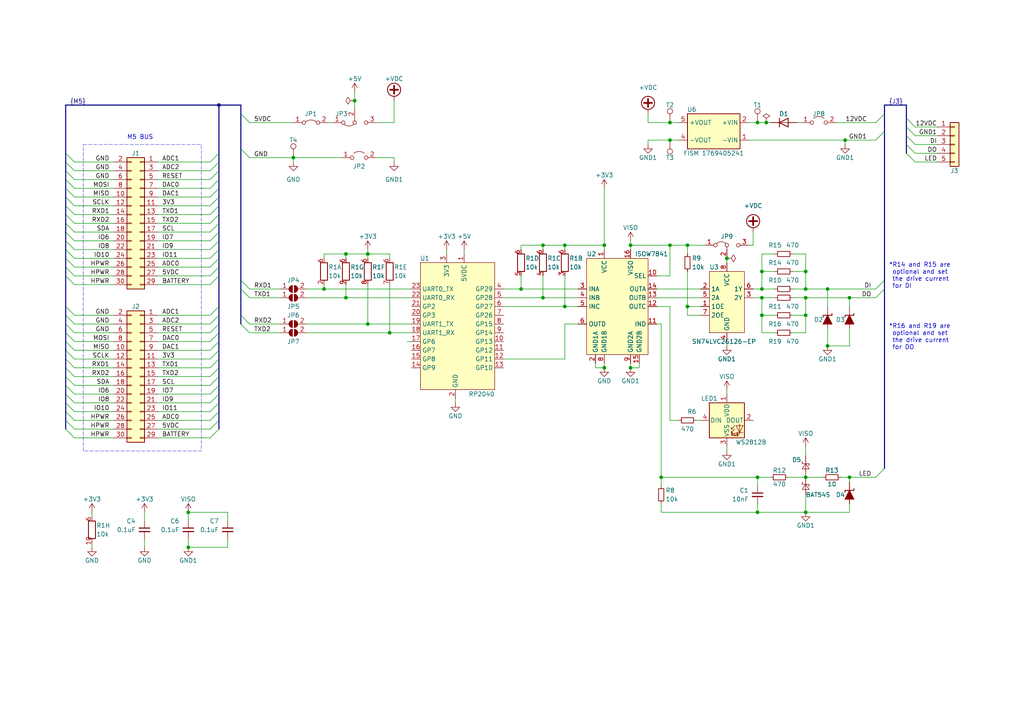
<source format=kicad_sch>
(kicad_sch (version 20230121) (generator eeschema)
  (paper "A4")
  (title_block (title "M5 Stack Wiegand Emulator") (rev "0"))
  (bus_alias "J3" (members "12VDC" "GND1" "DI" "DO" "LED"))
  (bus_alias "M5" (members "GND" "5VDC" "3V3" "BATTERY" "RESET" "RXD1" "TXD1" "RXD2" "TXD2" "ADC0" "ADC1" "ADC2" "DAC0" "DAC1" "MOSI" "MISO" "IO6" "IO8" "IO10" "IO7" "IO9" "IO11" "SCLK" "SDA" "HPWR" "SCL"))
  (junction (at 175.26 106.68))
  (junction (at 113.03 96.52))
  (junction (at 222.25 35.56))
  (junction (at 93.98 83.82))
  (junction (at 182.88 71.12))
  (junction (at 163.83 71.12))
  (junction (at 182.88 106.68))
  (junction (at 63.5 30.48))
  (junction (at 194.31 40.64))
  (junction (at 233.68 138.43))
  (junction (at 102.87 29.21))
  (junction (at 54.61 148.59))
  (junction (at 233.68 148.59))
  (junction (at 157.48 86.36))
  (junction (at 233.68 91.44))
  (junction (at 233.68 86.36))
  (junction (at 199.39 71.12))
  (junction (at 191.77 138.43))
  (junction (at 85.09 45.72))
  (junction (at 219.71 138.43))
  (junction (at 194.31 71.12))
  (junction (at 220.98 83.82))
  (junction (at 233.68 83.82))
  (junction (at 100.33 73.66))
  (junction (at 194.31 35.56))
  (junction (at 219.71 35.56))
  (junction (at 220.98 91.44))
  (junction (at 210.82 74.93))
  (junction (at 245.11 40.64))
  (junction (at 106.68 93.98))
  (junction (at 220.98 86.36))
  (junction (at 240.03 100.33))
  (junction (at 233.68 78.74))
  (junction (at 157.48 71.12))
  (junction (at 175.26 71.12))
  (junction (at 240.03 83.82))
  (junction (at 246.38 86.36))
  (junction (at 220.98 78.74))
  (junction (at 219.71 148.59))
  (junction (at 100.33 86.36))
  (junction (at 199.39 88.9))
  (junction (at 246.38 138.43))
  (junction (at 151.13 83.82))
  (junction (at 106.68 73.66))
  (junction (at 54.61 158.75))
  (junction (at 163.83 88.9))
  (bus_entry (at 19.05 93.98) (size 2.54 2.54))
  (bus_entry (at 19.05 106.68) (size 2.54 2.54))
  (bus_entry (at 63.5 93.98) (size -2.54 2.54))
  (bus_entry (at 19.05 96.52) (size 2.54 2.54))
  (bus_entry (at 19.05 121.92) (size 2.54 2.54))
  (bus_entry (at 19.05 52.07) (size 2.54 2.54))
  (bus_entry (at 63.5 111.76) (size -2.54 2.54))
  (bus_entry (at 63.5 119.38) (size -2.54 2.54))
  (bus_entry (at 19.05 57.15) (size 2.54 2.54))
  (bus_entry (at 19.05 80.01) (size 2.54 2.54))
  (bus_entry (at 262.89 34.29) (size 2.54 2.54))
  (bus_entry (at 262.89 36.83) (size 2.54 2.54))
  (bus_entry (at 63.5 59.69) (size -2.54 2.54))
  (bus_entry (at 19.05 64.77) (size 2.54 2.54))
  (bus_entry (at 256.54 38.1) (size -2.54 2.54))
  (bus_entry (at 19.05 109.22) (size 2.54 2.54))
  (bus_entry (at 63.5 62.23) (size -2.54 2.54))
  (bus_entry (at 19.05 59.69) (size 2.54 2.54))
  (bus_entry (at 63.5 74.93) (size -2.54 2.54))
  (bus_entry (at 63.5 57.15) (size -2.54 2.54))
  (bus_entry (at 19.05 116.84) (size 2.54 2.54))
  (bus_entry (at 63.5 104.14) (size -2.54 2.54))
  (bus_entry (at 256.54 33.02) (size -2.54 2.54))
  (bus_entry (at 63.5 114.3) (size -2.54 2.54))
  (bus_entry (at 63.5 80.01) (size -2.54 2.54))
  (bus_entry (at 63.5 88.9) (size -2.54 2.54))
  (bus_entry (at 19.05 124.46) (size 2.54 2.54))
  (bus_entry (at 19.05 114.3) (size 2.54 2.54))
  (bus_entry (at 19.05 69.85) (size 2.54 2.54))
  (bus_entry (at 19.05 49.53) (size 2.54 2.54))
  (bus_entry (at 19.05 44.45) (size 2.54 2.54))
  (bus_entry (at 19.05 67.31) (size 2.54 2.54))
  (bus_entry (at 63.5 109.22) (size -2.54 2.54))
  (bus_entry (at 63.5 52.07) (size -2.54 2.54))
  (bus_entry (at 256.54 83.82) (size -2.54 2.54))
  (bus_entry (at 262.89 41.91) (size 2.54 2.54))
  (bus_entry (at 69.85 91.44) (size 2.54 2.54))
  (bus_entry (at 63.5 67.31) (size -2.54 2.54))
  (bus_entry (at 19.05 72.39) (size 2.54 2.54))
  (bus_entry (at 19.05 111.76) (size 2.54 2.54))
  (bus_entry (at 63.5 72.39) (size -2.54 2.54))
  (bus_entry (at 63.5 77.47) (size -2.54 2.54))
  (bus_entry (at 19.05 104.14) (size 2.54 2.54))
  (bus_entry (at 19.05 74.93) (size 2.54 2.54))
  (bus_entry (at 256.54 81.28) (size -2.54 2.54))
  (bus_entry (at 19.05 119.38) (size 2.54 2.54))
  (bus_entry (at 63.5 116.84) (size -2.54 2.54))
  (bus_entry (at 63.5 64.77) (size -2.54 2.54))
  (bus_entry (at 63.5 91.44) (size -2.54 2.54))
  (bus_entry (at 69.85 93.98) (size 2.54 2.54))
  (bus_entry (at 19.05 62.23) (size 2.54 2.54))
  (bus_entry (at 19.05 101.6) (size 2.54 2.54))
  (bus_entry (at 69.85 33.02) (size 2.54 2.54))
  (bus_entry (at 262.89 39.37) (size 2.54 2.54))
  (bus_entry (at 63.5 96.52) (size -2.54 2.54))
  (bus_entry (at 19.05 99.06) (size 2.54 2.54))
  (bus_entry (at 63.5 49.53) (size -2.54 2.54))
  (bus_entry (at 63.5 44.45) (size -2.54 2.54))
  (bus_entry (at 63.5 69.85) (size -2.54 2.54))
  (bus_entry (at 63.5 106.68) (size -2.54 2.54))
  (bus_entry (at 63.5 121.92) (size -2.54 2.54))
  (bus_entry (at 19.05 88.9) (size 2.54 2.54))
  (bus_entry (at 63.5 54.61) (size -2.54 2.54))
  (bus_entry (at 256.54 135.89) (size -2.54 2.54))
  (bus_entry (at 63.5 99.06) (size -2.54 2.54))
  (bus_entry (at 69.85 43.18) (size 2.54 2.54))
  (bus_entry (at 69.85 83.82) (size 2.54 2.54))
  (bus_entry (at 19.05 91.44) (size 2.54 2.54))
  (bus_entry (at 69.85 81.28) (size 2.54 2.54))
  (bus_entry (at 63.5 101.6) (size -2.54 2.54))
  (bus_entry (at 262.89 44.45) (size 2.54 2.54))
  (bus_entry (at 19.05 46.99) (size 2.54 2.54))
  (bus_entry (at 19.05 77.47) (size 2.54 2.54))
  (bus_entry (at 19.05 54.61) (size 2.54 2.54))
  (bus_entry (at 63.5 46.99) (size -2.54 2.54))
  (bus_entry (at 63.5 124.46) (size -2.54 2.54))
  (wire (pts (xy 196.85 121.92) (xy 194.31 121.92)))
  (bus (pts (xy 19.05 116.84) (xy 19.05 119.38)))
  (wire (pts (xy 93.98 73.66) (xy 100.33 73.66)))
  (bus (pts (xy 63.5 88.9) (xy 63.5 91.44)))
  (wire (pts (xy 21.59 69.85) (xy 33.02 69.85)))
  (wire (pts (xy 21.59 99.06) (xy 33.02 99.06)))
  (bus (pts (xy 63.5 104.14) (xy 63.5 106.68)))
  (bus (pts (xy 19.05 80.01) (xy 19.05 88.9)))
  (wire (pts (xy 45.72 124.46) (xy 60.96 124.46)))
  (wire (pts (xy 233.68 91.44) (xy 233.68 86.36)))
  (wire (pts (xy 210.82 113.03) (xy 210.82 114.3)))
  (bus (pts (xy 63.5 52.07) (xy 63.5 54.61)))
  (wire (pts (xy 210.82 74.93) (xy 210.82 76.2)))
  (wire (pts (xy 21.59 64.77) (xy 33.02 64.77)))
  (wire (pts (xy 114.3 45.72) (xy 114.3 46.99)))
  (wire (pts (xy 190.5 83.82) (xy 203.2 83.82)))
  (wire (pts (xy 45.72 69.85) (xy 60.96 69.85)))
  (wire (pts (xy 113.03 73.66) (xy 113.03 74.93)))
  (wire (pts (xy 163.83 71.12) (xy 175.26 71.12)))
  (bus (pts (xy 262.89 36.83) (xy 262.89 34.29)))
  (wire (pts (xy 45.72 59.69) (xy 60.96 59.69)))
  (bus (pts (xy 63.5 59.69) (xy 63.5 62.23)))
  (wire (pts (xy 190.5 88.9) (xy 194.31 88.9)))
  (bus (pts (xy 19.05 64.77) (xy 19.05 67.31)))
  (wire (pts (xy 220.98 78.74) (xy 224.79 78.74)))
  (wire (pts (xy 21.59 57.15) (xy 33.02 57.15)))
  (wire (pts (xy 172.72 105.41) (xy 172.72 106.68)))
  (wire (pts (xy 199.39 88.9) (xy 203.2 88.9)))
  (wire (pts (xy 199.39 71.12) (xy 204.47 71.12)))
  (wire (pts (xy 182.88 71.12) (xy 182.88 72.39)))
  (wire (pts (xy 240.03 100.33) (xy 246.38 100.33)))
  (wire (pts (xy 240.03 83.82) (xy 240.03 88.9)))
  (wire (pts (xy 163.83 80.01) (xy 163.83 88.9)))
  (wire (pts (xy 66.04 158.75) (xy 54.61 158.75)))
  (wire (pts (xy 45.72 49.53) (xy 60.96 49.53)))
  (bus (pts (xy 69.85 33.02) (xy 69.85 43.18)))
  (wire (pts (xy 246.38 146.05) (xy 246.38 148.59)))
  (wire (pts (xy 26.67 148.59) (xy 26.67 149.86)))
  (wire (pts (xy 220.98 96.52) (xy 220.98 91.44)))
  (wire (pts (xy 199.39 91.44) (xy 199.39 88.9)))
  (wire (pts (xy 157.48 71.12) (xy 157.48 72.39)))
  (bus (pts (xy 19.05 114.3) (xy 19.05 116.84)))
  (wire (pts (xy 217.17 40.64) (xy 245.11 40.64)))
  (wire (pts (xy 21.59 104.14) (xy 33.02 104.14)))
  (bus (pts (xy 256.54 38.1) (xy 256.54 81.28)))
  (wire (pts (xy 45.72 52.07) (xy 60.96 52.07)))
  (wire (pts (xy 224.79 73.66) (xy 220.98 73.66)))
  (wire (pts (xy 157.48 80.01) (xy 157.48 86.36)))
  (wire (pts (xy 21.59 93.98) (xy 33.02 93.98)))
  (bus (pts (xy 63.5 93.98) (xy 63.5 96.52)))
  (bus (pts (xy 63.5 72.39) (xy 63.5 74.93)))
  (bus (pts (xy 63.5 30.48) (xy 63.5 44.45)))
  (wire (pts (xy 196.85 40.64) (xy 194.31 40.64)))
  (wire (pts (xy 187.96 35.56) (xy 194.31 35.56)))
  (wire (pts (xy 119.38 99.06) (xy 118.11 99.06)))
  (wire (pts (xy 217.17 35.56) (xy 219.71 35.56)))
  (wire (pts (xy 88.9 86.36) (xy 100.33 86.36)))
  (wire (pts (xy 218.44 71.12) (xy 218.44 67.31)))
  (wire (pts (xy 265.43 39.37) (xy 271.78 39.37)))
  (wire (pts (xy 45.72 82.55) (xy 60.96 82.55)))
  (bus (pts (xy 19.05 106.68) (xy 19.05 109.22)))
  (wire (pts (xy 187.96 33.02) (xy 187.96 35.56)))
  (wire (pts (xy 246.38 95.25) (xy 246.38 100.33)))
  (bus (pts (xy 19.05 62.23) (xy 19.05 64.77)))
  (bus (pts (xy 63.5 80.01) (xy 63.5 88.9)))
  (bus (pts (xy 19.05 44.45) (xy 19.05 46.99)))
  (wire (pts (xy 21.59 52.07) (xy 33.02 52.07)))
  (wire (pts (xy 45.72 127) (xy 60.96 127)))
  (wire (pts (xy 175.26 54.61) (xy 175.26 71.12)))
  (wire (pts (xy 45.72 106.68) (xy 60.96 106.68)))
  (wire (pts (xy 231.14 35.56) (xy 232.41 35.56)))
  (wire (pts (xy 21.59 67.31) (xy 33.02 67.31)))
  (bus (pts (xy 63.5 96.52) (xy 63.5 99.06)))
  (wire (pts (xy 163.83 71.12) (xy 163.83 72.39)))
  (wire (pts (xy 240.03 83.82) (xy 254 83.82)))
  (wire (pts (xy 45.72 67.31) (xy 60.96 67.31)))
  (wire (pts (xy 265.43 41.91) (xy 271.78 41.91)))
  (wire (pts (xy 219.71 35.56) (xy 222.25 35.56)))
  (wire (pts (xy 199.39 78.74) (xy 199.39 88.9)))
  (wire (pts (xy 265.43 46.99) (xy 271.78 46.99)))
  (wire (pts (xy 229.87 91.44) (xy 233.68 91.44)))
  (wire (pts (xy 190.5 86.36) (xy 203.2 86.36)))
  (wire (pts (xy 191.77 138.43) (xy 191.77 140.97)))
  (bus (pts (xy 69.85 30.48) (xy 69.85 33.02)))
  (wire (pts (xy 201.93 121.92) (xy 203.2 121.92)))
  (wire (pts (xy 220.98 86.36) (xy 224.79 86.36)))
  (wire (pts (xy 191.77 138.43) (xy 219.71 138.43)))
  (wire (pts (xy 182.88 106.68) (xy 185.42 106.68)))
  (wire (pts (xy 191.77 146.05) (xy 191.77 148.59)))
  (wire (pts (xy 182.88 69.85) (xy 182.88 71.12)))
  (wire (pts (xy 233.68 143.51) (xy 233.68 148.59)))
  (wire (pts (xy 100.33 73.66) (xy 106.68 73.66)))
  (bus (pts (xy 63.5 69.85) (xy 63.5 72.39)))
  (wire (pts (xy 21.59 72.39) (xy 33.02 72.39)))
  (wire (pts (xy 246.38 148.59) (xy 233.68 148.59)))
  (wire (pts (xy 95.25 35.56) (xy 96.52 35.56)))
  (bus (pts (xy 256.54 33.02) (xy 256.54 38.1)))
  (wire (pts (xy 190.5 80.01) (xy 194.31 80.01)))
  (wire (pts (xy 21.59 49.53) (xy 33.02 49.53)))
  (wire (pts (xy 175.26 105.41) (xy 175.26 106.68)))
  (bus (pts (xy 19.05 57.15) (xy 19.05 59.69)))
  (wire (pts (xy 233.68 86.36) (xy 246.38 86.36)))
  (wire (pts (xy 21.59 121.92) (xy 33.02 121.92)))
  (wire (pts (xy 45.72 72.39) (xy 60.96 72.39)))
  (wire (pts (xy 233.68 83.82) (xy 240.03 83.82)))
  (wire (pts (xy 102.87 26.67) (xy 102.87 29.21)))
  (wire (pts (xy 219.71 146.05) (xy 219.71 148.59)))
  (wire (pts (xy 194.31 35.56) (xy 196.85 35.56)))
  (wire (pts (xy 45.72 104.14) (xy 60.96 104.14)))
  (wire (pts (xy 229.87 83.82) (xy 233.68 83.82)))
  (wire (pts (xy 106.68 73.66) (xy 106.68 74.93)))
  (bus (pts (xy 19.05 72.39) (xy 19.05 74.93)))
  (wire (pts (xy 220.98 78.74) (xy 220.98 83.82)))
  (wire (pts (xy 233.68 129.54) (xy 233.68 132.08)))
  (wire (pts (xy 233.68 73.66) (xy 233.68 78.74)))
  (wire (pts (xy 163.83 104.14) (xy 163.83 93.98)))
  (wire (pts (xy 45.72 91.44) (xy 60.96 91.44)))
  (bus (pts (xy 19.05 69.85) (xy 19.05 72.39)))
  (wire (pts (xy 66.04 148.59) (xy 66.04 151.13)))
  (wire (pts (xy 199.39 71.12) (xy 199.39 73.66)))
  (wire (pts (xy 45.72 57.15) (xy 60.96 57.15)))
  (wire (pts (xy 45.72 46.99) (xy 60.96 46.99)))
  (wire (pts (xy 45.72 80.01) (xy 60.96 80.01)))
  (wire (pts (xy 219.71 148.59) (xy 233.68 148.59)))
  (bus (pts (xy 19.05 52.07) (xy 19.05 54.61)))
  (bus (pts (xy 19.05 109.22) (xy 19.05 111.76)))
  (wire (pts (xy 194.31 88.9) (xy 194.31 121.92)))
  (wire (pts (xy 100.33 82.55) (xy 100.33 86.36)))
  (bus (pts (xy 19.05 93.98) (xy 19.05 96.52)))
  (bus (pts (xy 63.5 99.06) (xy 63.5 101.6)))
  (wire (pts (xy 240.03 95.25) (xy 240.03 100.33)))
  (wire (pts (xy 182.88 105.41) (xy 182.88 106.68)))
  (wire (pts (xy 163.83 93.98) (xy 167.64 93.98)))
  (wire (pts (xy 210.82 99.06) (xy 210.82 100.33)))
  (wire (pts (xy 72.39 96.52) (xy 81.28 96.52)))
  (bus (pts (xy 256.54 30.48) (xy 256.54 33.02)))
  (wire (pts (xy 21.59 127) (xy 33.02 127)))
  (wire (pts (xy 93.98 83.82) (xy 119.38 83.82)))
  (wire (pts (xy 113.03 82.55) (xy 113.03 96.52)))
  (wire (pts (xy 21.59 111.76) (xy 33.02 111.76)))
  (wire (pts (xy 21.59 101.6) (xy 33.02 101.6)))
  (bus (pts (xy 63.5 67.31) (xy 63.5 69.85)))
  (bus (pts (xy 63.5 121.92) (xy 63.5 124.46)))
  (wire (pts (xy 100.33 73.66) (xy 100.33 74.93)))
  (wire (pts (xy 220.98 73.66) (xy 220.98 78.74)))
  (bus (pts (xy 63.5 57.15) (xy 63.5 59.69)))
  (wire (pts (xy 191.77 148.59) (xy 219.71 148.59)))
  (wire (pts (xy 102.87 29.21) (xy 102.87 31.75)))
  (wire (pts (xy 21.59 46.99) (xy 33.02 46.99)))
  (wire (pts (xy 185.42 105.41) (xy 185.42 106.68)))
  (bus (pts (xy 256.54 83.82) (xy 256.54 135.89)))
  (wire (pts (xy 163.83 88.9) (xy 167.64 88.9)))
  (wire (pts (xy 229.87 73.66) (xy 233.68 73.66)))
  (wire (pts (xy 85.09 45.72) (xy 85.09 46.99)))
  (wire (pts (xy 229.87 78.74) (xy 233.68 78.74)))
  (wire (pts (xy 21.59 116.84) (xy 33.02 116.84)))
  (wire (pts (xy 219.71 138.43) (xy 219.71 140.97)))
  (bus (pts (xy 19.05 54.61) (xy 19.05 57.15)))
  (wire (pts (xy 182.88 71.12) (xy 194.31 71.12)))
  (bus (pts (xy 19.05 96.52) (xy 19.05 99.06)))
  (wire (pts (xy 194.31 71.12) (xy 194.31 80.01)))
  (bus (pts (xy 19.05 119.38) (xy 19.05 121.92)))
  (wire (pts (xy 151.13 80.01) (xy 151.13 83.82)))
  (wire (pts (xy 21.59 91.44) (xy 33.02 91.44)))
  (wire (pts (xy 41.91 156.21) (xy 41.91 158.75)))
  (bus (pts (xy 63.5 109.22) (xy 63.5 111.76)))
  (wire (pts (xy 88.9 83.82) (xy 93.98 83.82)))
  (bus (pts (xy 262.89 41.91) (xy 262.89 39.37)))
  (wire (pts (xy 265.43 36.83) (xy 271.78 36.83)))
  (wire (pts (xy 106.68 72.39) (xy 106.68 73.66)))
  (wire (pts (xy 146.05 88.9) (xy 163.83 88.9)))
  (wire (pts (xy 54.61 148.59) (xy 66.04 148.59)))
  (wire (pts (xy 109.22 35.56) (xy 114.3 35.56)))
  (wire (pts (xy 220.98 83.82) (xy 224.79 83.82)))
  (wire (pts (xy 85.09 45.72) (xy 99.06 45.72)))
  (wire (pts (xy 45.72 101.6) (xy 60.96 101.6)))
  (wire (pts (xy 45.72 93.98) (xy 60.96 93.98)))
  (bus (pts (xy 63.5 106.68) (xy 63.5 109.22)))
  (wire (pts (xy 243.84 138.43) (xy 246.38 138.43)))
  (bus (pts (xy 69.85 83.82) (xy 69.85 91.44)))
  (bus (pts (xy 63.5 74.93) (xy 63.5 77.47)))
  (wire (pts (xy 21.59 124.46) (xy 33.02 124.46)))
  (wire (pts (xy 228.6 138.43) (xy 233.68 138.43)))
  (wire (pts (xy 220.98 91.44) (xy 220.98 86.36)))
  (bus (pts (xy 19.05 46.99) (xy 19.05 49.53)))
  (bus (pts (xy 63.5 62.23) (xy 63.5 64.77)))
  (wire (pts (xy 146.05 86.36) (xy 157.48 86.36)))
  (wire (pts (xy 132.08 115.57) (xy 132.08 116.84)))
  (wire (pts (xy 191.77 93.98) (xy 190.5 93.98)))
  (bus (pts (xy 256.54 81.28) (xy 256.54 83.82)))
  (bus (pts (xy 256.54 30.48) (xy 262.89 30.48)))
  (bus (pts (xy 63.5 49.53) (xy 63.5 52.07)))
  (wire (pts (xy 21.59 114.3) (xy 33.02 114.3)))
  (wire (pts (xy 21.59 54.61) (xy 33.02 54.61)))
  (wire (pts (xy 45.72 64.77) (xy 60.96 64.77)))
  (wire (pts (xy 113.03 96.52) (xy 119.38 96.52)))
  (wire (pts (xy 45.72 74.93) (xy 60.96 74.93)))
  (wire (pts (xy 21.59 119.38) (xy 33.02 119.38)))
  (wire (pts (xy 233.68 78.74) (xy 233.68 83.82)))
  (bus (pts (xy 63.5 101.6) (xy 63.5 104.14)))
  (wire (pts (xy 72.39 93.98) (xy 81.28 93.98)))
  (wire (pts (xy 187.96 40.64) (xy 187.96 41.91)))
  (bus (pts (xy 63.5 91.44) (xy 63.5 93.98)))
  (wire (pts (xy 129.54 72.39) (xy 129.54 73.66)))
  (bus (pts (xy 19.05 121.92) (xy 19.05 124.46)))
  (wire (pts (xy 233.68 138.43) (xy 238.76 138.43)))
  (bus (pts (xy 63.5 64.77) (xy 63.5 67.31)))
  (wire (pts (xy 21.59 106.68) (xy 33.02 106.68)))
  (bus (pts (xy 63.5 46.99) (xy 63.5 49.53)))
  (wire (pts (xy 109.22 45.72) (xy 114.3 45.72)))
  (wire (pts (xy 45.72 96.52) (xy 60.96 96.52)))
  (wire (pts (xy 72.39 86.36) (xy 81.28 86.36)))
  (bus (pts (xy 19.05 101.6) (xy 19.05 104.14)))
  (wire (pts (xy 246.38 86.36) (xy 246.38 88.9)))
  (bus (pts (xy 63.5 111.76) (xy 63.5 114.3)))
  (wire (pts (xy 106.68 82.55) (xy 106.68 93.98)))
  (wire (pts (xy 72.39 83.82) (xy 81.28 83.82)))
  (wire (pts (xy 172.72 106.68) (xy 175.26 106.68)))
  (bus (pts (xy 63.5 119.38) (xy 63.5 121.92)))
  (wire (pts (xy 246.38 138.43) (xy 246.38 139.7)))
  (bus (pts (xy 19.05 67.31) (xy 19.05 69.85)))
  (wire (pts (xy 157.48 86.36) (xy 167.64 86.36)))
  (wire (pts (xy 54.61 148.59) (xy 54.61 151.13)))
  (bus (pts (xy 63.5 116.84) (xy 63.5 119.38)))
  (wire (pts (xy 218.44 83.82) (xy 220.98 83.82)))
  (bus (pts (xy 19.05 104.14) (xy 19.05 106.68)))
  (wire (pts (xy 100.33 86.36) (xy 119.38 86.36)))
  (wire (pts (xy 21.59 74.93) (xy 33.02 74.93)))
  (bus (pts (xy 262.89 34.29) (xy 262.89 30.48)))
  (wire (pts (xy 45.72 119.38) (xy 60.96 119.38)))
  (wire (pts (xy 151.13 71.12) (xy 151.13 72.39)))
  (bus (pts (xy 63.5 30.48) (xy 69.85 30.48)))
  (wire (pts (xy 88.9 93.98) (xy 106.68 93.98)))
  (bus (pts (xy 19.05 59.69) (xy 19.05 62.23)))
  (wire (pts (xy 21.59 62.23) (xy 33.02 62.23)))
  (bus (pts (xy 63.5 54.61) (xy 63.5 57.15)))
  (wire (pts (xy 187.96 40.64) (xy 194.31 40.64)))
  (bus (pts (xy 63.5 77.47) (xy 63.5 80.01)))
  (bus (pts (xy 262.89 44.45) (xy 262.89 41.91)))
  (bus (pts (xy 63.5 44.45) (xy 63.5 46.99)))
  (wire (pts (xy 113.03 73.66) (xy 106.68 73.66)))
  (wire (pts (xy 245.11 40.64) (xy 254 40.64)))
  (bus (pts (xy 19.05 30.48) (xy 63.5 30.48)))
  (bus (pts (xy 19.05 99.06) (xy 19.05 101.6)))
  (wire (pts (xy 245.11 40.64) (xy 245.11 41.91)))
  (wire (pts (xy 218.44 86.36) (xy 220.98 86.36)))
  (bus (pts (xy 69.85 91.44) (xy 69.85 93.98)))
  (wire (pts (xy 45.72 121.92) (xy 60.96 121.92)))
  (wire (pts (xy 194.31 71.12) (xy 199.39 71.12)))
  (wire (pts (xy 45.72 99.06) (xy 60.96 99.06)))
  (wire (pts (xy 219.71 138.43) (xy 223.52 138.43)))
  (wire (pts (xy 265.43 44.45) (xy 271.78 44.45)))
  (wire (pts (xy 54.61 156.21) (xy 54.61 158.75)))
  (wire (pts (xy 21.59 80.01) (xy 33.02 80.01)))
  (wire (pts (xy 21.59 59.69) (xy 33.02 59.69)))
  (wire (pts (xy 45.72 114.3) (xy 60.96 114.3)))
  (wire (pts (xy 45.72 54.61) (xy 60.96 54.61)))
  (wire (pts (xy 114.3 35.56) (xy 114.3 29.21)))
  (wire (pts (xy 66.04 156.21) (xy 66.04 158.75)))
  (wire (pts (xy 21.59 96.52) (xy 33.02 96.52)))
  (wire (pts (xy 21.59 109.22) (xy 33.02 109.22)))
  (bus (pts (xy 19.05 49.53) (xy 19.05 52.07)))
  (wire (pts (xy 222.25 35.56) (xy 223.52 35.56)))
  (wire (pts (xy 218.44 71.12) (xy 217.17 71.12)))
  (wire (pts (xy 93.98 82.55) (xy 93.98 83.82)))
  (wire (pts (xy 199.39 91.44) (xy 203.2 91.44)))
  (wire (pts (xy 45.72 116.84) (xy 60.96 116.84)))
  (wire (pts (xy 88.9 96.52) (xy 113.03 96.52)))
  (wire (pts (xy 210.82 129.54) (xy 210.82 130.81)))
  (wire (pts (xy 41.91 148.59) (xy 41.91 151.13)))
  (bus (pts (xy 19.05 30.48) (xy 19.05 44.45)))
  (wire (pts (xy 151.13 83.82) (xy 167.64 83.82)))
  (wire (pts (xy 106.68 93.98) (xy 119.38 93.98)))
  (wire (pts (xy 21.59 77.47) (xy 33.02 77.47)))
  (wire (pts (xy 224.79 91.44) (xy 220.98 91.44)))
  (bus (pts (xy 19.05 91.44) (xy 19.05 93.98)))
  (wire (pts (xy 72.39 45.72) (xy 85.09 45.72)))
  (wire (pts (xy 233.68 96.52) (xy 233.68 91.44)))
  (wire (pts (xy 246.38 138.43) (xy 254 138.43)))
  (wire (pts (xy 134.62 72.39) (xy 134.62 73.66)))
  (bus (pts (xy 63.5 114.3) (xy 63.5 116.84)))
  (wire (pts (xy 72.39 35.56) (xy 85.09 35.56)))
  (wire (pts (xy 224.79 96.52) (xy 220.98 96.52)))
  (wire (pts (xy 151.13 71.12) (xy 157.48 71.12)))
  (wire (pts (xy 229.87 96.52) (xy 233.68 96.52)))
  (wire (pts (xy 45.72 77.47) (xy 60.96 77.47)))
  (wire (pts (xy 26.67 157.48) (xy 26.67 158.75)))
  (wire (pts (xy 229.87 86.36) (xy 233.68 86.36)))
  (wire (pts (xy 45.72 111.76) (xy 60.96 111.76)))
  (wire (pts (xy 246.38 86.36) (xy 254 86.36)))
  (wire (pts (xy 175.26 71.12) (xy 175.26 72.39)))
  (bus (pts (xy 262.89 39.37) (xy 262.89 36.83)))
  (wire (pts (xy 45.72 109.22) (xy 60.96 109.22)))
  (bus (pts (xy 19.05 88.9) (xy 19.05 91.44)))
  (wire (pts (xy 45.72 62.23) (xy 60.96 62.23)))
  (bus (pts (xy 69.85 43.18) (xy 69.85 81.28)))
  (wire (pts (xy 21.59 82.55) (xy 33.02 82.55)))
  (wire (pts (xy 242.57 35.56) (xy 254 35.56)))
  (wire (pts (xy 146.05 104.14) (xy 163.83 104.14)))
  (bus (pts (xy 19.05 74.93) (xy 19.05 77.47)))
  (wire (pts (xy 191.77 93.98) (xy 191.77 138.43)))
  (wire (pts (xy 157.48 71.12) (xy 163.83 71.12)))
  (bus (pts (xy 19.05 77.47) (xy 19.05 80.01)))
  (bus (pts (xy 69.85 81.28) (xy 69.85 83.82)))
  (wire (pts (xy 146.05 83.82) (xy 151.13 83.82)))
  (wire (pts (xy 93.98 73.66) (xy 93.98 74.93)))
  (bus (pts (xy 19.05 111.76) (xy 19.05 114.3)))
  (rectangle (start 24.13 41.91) (end 58.42 130.81) (stroke (width 0.1) (type dash)))
  (text "*R14 and R15 are\n optional and set\n the drive current\n for DI" (at 257.81 83.82 0) (effects (font (size 1.27 1.27)) (justify left bottom)))
  (text "*R16 and R19 are\n optional and set\n the drive current\n for DO" (at 257.81 101.6 0) (effects (font (size 1.27 1.27)) (justify left bottom)))
  (text "M5 BUS" (at 36.83 40.64 0) (effects (font (size 1.27 1.27)) (justify left bottom)))
  (label "TXD1" (at 73.66 86.36 0))
  (label "SCL" (at 46.99 111.76 0))
  (label "TXD1" (at 46.99 62.23 0))
  (label "ADC2" (at 46.99 93.98 0))
  (label "{M5}" (at 20.32 30.48 0))
  (label "HPWR" (at 31.75 80.01 180))
  (label "HPWR" (at 31.75 127 180))
  (label "RXD2" (at 31.75 64.77 180))
  (label "RXD1" (at 31.75 106.68 180))
  (label "GND" (at 31.75 52.07 180))
  (label "IO7" (at 46.99 69.85 0))
  (label "RESET" (at 46.99 96.52 0))
  (label "GND" (at 31.75 91.44 180))
  (label "HPWR" (at 31.75 121.92 180))
  (label "ADC0" (at 46.99 121.92 0))
  (label "DI" (at 271.78 41.91 180))
  (label "RESET" (at 46.99 52.07 0))
  (label "SDA" (at 31.75 111.76 180))
  (label "GND" (at 31.75 96.52 180))
  (label "3V3" (at 46.99 104.14 0))
  (label "TXD2" (at 46.99 64.77 0))
  (label "TXD2" (at 46.99 109.22 0))
  (label "IO6" (at 31.75 114.3 180))
  (label "IO8" (at 31.75 72.39 180))
  (label "DAC0" (at 46.99 54.61 0))
  (label "LED" (at 271.78 46.99 180))
  (label "IO6" (at 31.75 69.85 180))
  (label "SCL" (at 46.99 67.31 0))
  (label "RXD1" (at 31.75 62.23 180))
  (label "DAC1" (at 46.99 57.15 0))
  (label "5VDC" (at 73.66 35.56 0))
  (label "12VDC" (at 251.46 35.56 180))
  (label "BATTERY" (at 46.99 127 0))
  (label "RXD2" (at 31.75 109.22 180))
  (label "GND" (at 31.75 46.99 180))
  (label "5VDC" (at 46.99 124.46 0))
  (label "IO7" (at 46.99 114.3 0))
  (label "SCLK" (at 31.75 104.14 180))
  (label "HPWR" (at 31.75 124.46 180))
  (label "5VDC" (at 46.99 80.01 0))
  (label "{J3}" (at 257.81 30.48 0))
  (label "RXD2" (at 73.66 93.98 0))
  (label "IO8" (at 31.75 116.84 180))
  (label "ADC1" (at 46.99 46.99 0))
  (label "TXD2" (at 73.66 96.52 0))
  (label "HPWR" (at 31.75 82.55 180))
  (label "LED" (at 252.73 138.43 180))
  (label "GND1" (at 271.78 39.37 180))
  (label "HPWR" (at 31.75 77.47 180))
  (label "GND1" (at 251.46 40.64 180))
  (label "IO10" (at 31.75 119.38 180))
  (label "SCLK" (at 31.75 59.69 180))
  (label "DI" (at 252.73 83.82 180))
  (label "IO11" (at 46.99 119.38 0))
  (label "IO9" (at 46.99 116.84 0))
  (label "DAC0" (at 46.99 99.06 0))
  (label "IO10" (at 31.75 74.93 180))
  (label "MISO" (at 31.75 57.15 180))
  (label "ADC2" (at 46.99 49.53 0))
  (label "DO" (at 252.73 86.36 180))
  (label "GND" (at 31.75 49.53 180))
  (label "MOSI" (at 31.75 54.61 180))
  (label "GND" (at 73.66 45.72 0))
  (label "MISO" (at 31.75 101.6 180))
  (label "SDA" (at 31.75 67.31 180))
  (label "MOSI" (at 31.75 99.06 180))
  (label "IO9" (at 46.99 72.39 0))
  (label "DAC1" (at 46.99 101.6 0))
  (label "GND" (at 31.75 93.98 180))
  (label "ADC0" (at 46.99 77.47 0))
  (label "RXD1" (at 73.66 83.82 0))
  (label "TXD1" (at 46.99 106.68 0))
  (label "12VDC" (at 271.78 36.83 180))
  (label "3V3" (at 46.99 59.69 0))
  (label "DO" (at 271.78 44.45 180))
  (label "BATTERY" (at 46.99 82.55 0))
  (label "IO11" (at 46.99 74.93 0))
  (label "ADC1" (at 46.99 91.44 0))
  (symbol (lib_id "uhppoted:EXB-D10C103J_Split") (at 157.48 76.2 0) (unit 3)
    (property "Reference" "R1" (at 158.75 74.93 0) (effects (justify left)))
    (property "Value" "10k" (at 158.75 77.47 0) (effects (justify left)))
    (property "Footprint" "uhppoted:EXB-D10C103J" (effects hide))
    (property "Datasheet" "https://industrial.panasonic.com/cdbs/www-data/pdf/AOC0000/AOC0000C12.pdf" (effects hide))
  )
  (symbol (lib_id "uhppoted:VISO") (at 233.68 129.54 0) (unit 1)
    (property "Reference" "#PWR026" (effects hide))
    (property "Value" "VISO" (at 233.68 125.73 0))
  )
  (symbol (lib_id "Device:D") (at 227.33 35.56 0) (unit 1)
    (property "Reference" "D1" (at 227.33 33.02 0))
    (property "Value" "GF1A" (effects hide))
    (property "Footprint" "uhppoted:DIODE_DO-214BA" (effects hide))
    (property "Datasheet" "https://www.vishay.com/docs/98394/gf1a_gf1b_gf1d_gf1g_gf1j_gf1k_gf1m.pdf" (effects hide))
    (property "Sim.Device" "D" (effects hide))
    (property "Sim.Pins" "1=K 2=A" (effects hide))
  )
  (symbol (lib_id "uhppoted:EXB-D10C103J_Split") (at 163.83 76.2 0) (unit 2)
    (property "Reference" "R1" (at 165.1 74.93 0) (effects (justify left)))
    (property "Value" "10k" (at 165.1 77.47 0) (effects (justify left)))
    (property "Footprint" "uhppoted:EXB-D10C103J" (effects hide))
    (property "Datasheet" "https://industrial.panasonic.com/cdbs/www-data/pdf/AOC0000/AOC0000C12.pdf" (effects hide))
  )
  (symbol (lib_id "power:GND1") (at 233.68 148.59 0) (unit 1)
    (property "Reference" "#PWR025" (effects hide))
    (property "Value" "GND1" (at 233.68 152.4 0))
  )
  (symbol (lib_id "Device:C_Small") (at 54.61 153.67 0) (mirror y) (unit 1)
    (property "Reference" "C6" (at 52.07 151.13 0) (effects (justify left)))
    (property "Value" "0.1uF" (at 52.07 153.67 0) (effects (justify left)))
    (property "Footprint" "Capacitor_SMD:C_0805_2012Metric_Pad1.18x1.45mm_HandSolder" (effects hide))
  )
  (symbol (lib_id "LED:WS2812B") (at 210.82 121.92 0) (unit 1)
    (property "Reference" "LED1" (at 205.74 115.57 0))
    (property "Value" "WS2812B" (at 213.36 128.27 0) (effects (justify left)))
    (property "Footprint" "LED_SMD:LED_WS2812B_PLCC4_5.0x5.0mm_P3.2mm" (effects hide))
    (property "Datasheet" "https://cdn-shop.adafruit.com/datasheets/WS2812B.pdf" (effects hide))
  )
  (symbol (lib_id "uhppoted:EXB-D10C103J_Split") (at 26.67 153.67 0) (unit 8)
    (property "Reference" "R1" (at 27.94 152.4 0) (effects (justify left)))
    (property "Value" "10k" (at 27.94 154.94 0) (effects (justify left)))
    (property "Footprint" "uhppoted:EXB-D10C103J" (effects hide))
    (property "Datasheet" "https://industrial.panasonic.com/cdbs/www-data/pdf/AOC0000/AOC0000C12.pdf" (effects hide))
  )
  (symbol (lib_id "power:GND") (at 41.91 158.75 0) (unit 1)
    (property "Reference" "#PWR017" (effects hide))
    (property "Value" "GND" (at 41.91 162.56 0))
  )
  (symbol (lib_id "uhppoted:EXB-D10C103J_Split") (at 106.68 78.74 0) (unit 6)
    (property "Reference" "R1" (at 107.95 77.47 0) (effects (justify left)))
    (property "Value" "10k" (at 107.95 80.01 0) (effects (justify left)))
    (property "Footprint" "uhppoted:EXB-D10C103J" (effects hide))
    (property "Datasheet" "https://industrial.panasonic.com/cdbs/www-data/pdf/AOC0000/AOC0000C12.pdf" (effects hide))
  )
  (symbol (lib_id "uhppoted:Molex_PicoBlade_1x05") (at 276.86 41.91 0) (unit 1)
    (property "Reference" "J3" (at 275.59 49.53 0) (effects (justify left)))
    (property "Value" "1x5 female" (effects hide))
    (property "Footprint" "Connector_Molex:Molex_PicoBlade_53261-0571_1x05-1MP_P1.25mm_Horizontal" (effects hide))
  )
  (symbol (lib_id "Jumper:Jumper_2_Bridged") (at 90.17 35.56 0) (unit 1)
    (property "Reference" "JP1" (at 90.17 33.02 0))
    (property "Value" "Jumper_2_Bridged" (effects hide))
    (property "Footprint" "Connector_PinHeader_1.27mm:PinHeader_1x02_P1.27mm_Vertical" (effects hide))
  )
  (symbol (lib_id "power:GND") (at 26.67 158.75 0) (unit 1)
    (property "Reference" "#PWR028" (effects hide))
    (property "Value" "GND" (at 26.67 162.56 0))
  )
  (symbol (lib_id "power:GND1") (at 187.96 41.91 0) (unit 1)
    (property "Reference" "#PWR020" (effects hide))
    (property "Value" "GND1" (at 187.96 45.72 0))
  )
  (symbol (lib_id "uhppoted:EXB-D10C103J_Split") (at 151.13 76.2 0) (unit 4)
    (property "Reference" "R1" (at 152.4 74.93 0) (effects (justify left)))
    (property "Value" "10k" (at 152.4 77.47 0) (effects (justify left)))
    (property "Footprint" "uhppoted:EXB-D10C103J" (effects hide))
    (property "Datasheet" "https://industrial.panasonic.com/cdbs/www-data/pdf/AOC0000/AOC0000C12.pdf" (effects hide))
  )
  (symbol (lib_id "uhppoted:FISM 1769405241") (at 207.01 38.1 0) (mirror y) (unit 1)
    (property "Reference" "U6" (at 200.66 31.75 0))
    (property "Value" "FISM 1769405241" (at 207.01 44.45 0))
    (property "Footprint" "uhppoted:WPME-FISM_SMT-8_1769205241" (effects hide))
    (property "Datasheet" "https://www.we-online.com/components/products/datasheet/1769405241.pdf" (effects hide))
  )
  (symbol (lib_id "Device:C_Small") (at 41.91 153.67 0) (mirror y) (unit 1)
    (property "Reference" "C4" (at 39.37 151.13 0) (effects (justify left)))
    (property "Value" "0.1uF" (at 39.37 153.67 0) (effects (justify left)))
    (property "Footprint" "Capacitor_SMD:C_0805_2012Metric_Pad1.18x1.45mm_HandSolder" (effects hide))
  )
  (symbol (lib_id "power:GND") (at 175.26 106.68 0) (unit 1)
    (property "Reference" "#PWR014" (effects hide))
    (property "Value" "GND" (at 175.26 110.49 0))
  )
  (symbol (lib_id "power:GND") (at 85.09 46.99 0) (unit 1)
    (property "Reference" "#PWR05" (effects hide))
    (property "Value" "GND" (at 85.09 52.07 0))
  )
  (symbol (lib_id "power:+3V3") (at 41.91 148.59 0) (unit 1)
    (property "Reference" "#PWR015" (effects hide))
    (property "Value" "+3V3" (at 41.91 144.78 0))
  )
  (symbol (lib_id "Jumper:Jumper_2_Open") (at 104.14 45.72 0) (unit 1)
    (property "Reference" "JP2" (at 104.14 48.26 0))
    (property "Value" "Jumper_2_Bridged" (effects hide))
    (property "Footprint" "Connector_PinHeader_1.27mm:PinHeader_1x02_P1.27mm_Vertical" (effects hide))
  )
  (symbol (lib_id "Device:R_Small") (at 227.33 91.44 90) (mirror x) (unit 1)
    (property "Reference" "R16" (at 224.79 93.98 90))
    (property "Value" "470" (at 229.87 93.98 90))
    (property "Footprint" "Resistor_SMD:R_0805_2012Metric_Pad1.20x1.40mm_HandSolder" (effects hide))
  )
  (symbol (lib_id "uhppoted:ISOW7841") (at 170.18 74.93 0) (unit 1)
    (property "Reference" "U2" (at 170.18 73.66 0) (effects (justify left)))
    (property "Value" "ISOW7841" (at 184.15 73.66 0) (effects (justify left)))
    (property "Footprint" "Package_SO:SOIC-16W_7.5x12.8mm_P1.27mm" (effects hide))
    (property "Datasheet" "https://www.ti.com/product/ISOW7842" (effects hide))
  )
  (symbol (lib_id "power:GND1") (at 54.61 158.75 0) (unit 1)
    (property "Reference" "#PWR018" (effects hide))
    (property "Value" "GND1" (at 54.61 162.56 0))
  )
  (symbol (lib_id "uhppoted:EXB-D10C103J_Split") (at 93.98 78.74 0) (unit 1)
    (property "Reference" "R1" (at 95.25 77.47 0) (effects (justify left)))
    (property "Value" "10k" (at 95.25 80.01 0) (effects (justify left)))
    (property "Footprint" "uhppoted:EXB-D10C103J" (effects hide))
    (property "Datasheet" "https://industrial.panasonic.com/cdbs/www-data/pdf/AOC0000/AOC0000C12.pdf" (effects hide))
  )
  (symbol (lib_id "uhppoted:BAT54S") (at 233.68 138.43 0) (unit 1)
    (property "Reference" "D5" (at 232.41 133.35 0) (effects (justify right)))
    (property "Value" "BAT54S" (at 233.68 143.51 0) (effects (justify left)))
    (property "Footprint" "Package_TO_SOT_SMD:SOT-23" (effects hide))
    (property "Datasheet" "https://www.diodes.com/assets/Datasheets/ds11005.pdf" (effects hide))
  )
  (symbol (lib_id "Device:R_Small") (at 199.39 121.92 90) (unit 1)
    (property "Reference" "R6" (at 200.66 119.38 90))
    (property "Value" "470" (at 199.39 124.46 90))
    (property "Footprint" "Resistor_SMD:R_0805_2012Metric_Pad1.20x1.40mm_HandSolder" (effects hide))
  )
  (symbol (lib_id "power:+3V3") (at 106.68 72.39 0) (unit 1)
    (property "Reference" "#PWR01" (effects hide))
    (property "Value" "+3V3" (at 106.68 68.58 0))
  )
  (symbol (lib_id "Connector_Generic:Conn_02x15_Odd_Even") (at 40.64 64.77 0) (mirror y) (unit 1)
    (property "Reference" "J1" (at 39.37 44.45 0))
    (property "Value" "2x15 socket header" (effects hide))
    (property "Footprint" "Connector_PinSocket_2.54mm:PinSocket_2x15_P2.54mm_Vertical_SMD" (effects hide))
  )
  (symbol (lib_id "Device:R_Small") (at 227.33 83.82 270) (mirror x) (unit 1)
    (property "Reference" "R10" (at 224.79 81.28 90))
    (property "Value" "470" (at 229.87 81.28 90))
    (property "Footprint" "Resistor_SMD:R_0805_2012Metric_Pad1.20x1.40mm_HandSolder" (effects hide))
  )
  (symbol (lib_id "power:+5V") (at 102.87 26.67 0) (unit 1)
    (property "Reference" "#PWR03" (effects hide))
    (property "Value" "+5V" (at 102.87 22.86 0))
  )
  (symbol (lib_id "Jumper:Jumper_2_Open") (at 237.49 35.56 0) (unit 1)
    (property "Reference" "JP8" (at 237.49 33.02 0))
    (property "Value" "Jumper" (effects hide))
    (property "Footprint" "Connector_PinHeader_1.27mm:PinHeader_1x02_P1.27mm_Vertical" (effects hide))
  )
  (symbol (lib_id "uhppoted:WaveShare_RP2040-Tiny") (at 132.08 95.25 0) (mirror y) (unit 1)
    (property "Reference" "U1" (at 123.19 74.93 0))
    (property "Value" "RP2040" (at 139.7 114.3 0))
    (property "Footprint" "uhppoted:RP2040-TINY" (effects hide))
    (property "Datasheet" "https://www.waveshare.com/wiki/RP2040-Tiny" (effects hide))
    (pin "18" (alternate "UART1 RX"))
    (pin "19" (alternate "UART1 TX"))
    (pin "22" (alternate "UART0 RX"))
    (pin "23" (alternate "UART0 TX"))
  )
  (symbol (lib_id "power:GND1") (at 182.88 106.68 0) (unit 1)
    (property "Reference" "#PWR019" (effects hide))
    (property "Value" "GND1" (at 182.88 110.49 0))
  )
  (symbol (lib_id "power:+3V3") (at 175.26 54.61 0) (unit 1)
    (property "Reference" "#PWR07" (effects hide))
    (property "Value" "+3V3" (at 175.26 50.8 0))
  )
  (symbol (lib_id "power:GND1") (at 245.11 41.91 0) (unit 1)
    (property "Reference" "#PWR010" (effects hide))
    (property "Value" "GND1" (at 245.11 45.72 0))
  )
  (symbol (lib_id "Connector:TestPoint") (at 194.31 40.64 0) (mirror x) (unit 1)
    (property "Reference" "T3" (at 194.31 45.72 0))
    (property "Value" "TestPoint" (effects hide))
    (property "Footprint" "TestPoint:TestPoint_THTPad_1.0x1.0mm_Drill0.5mm" (effects hide))
  )
  (symbol (lib_id "power:+VDC") (at 187.96 33.02 0) (unit 1)
    (property "Reference" "#PWR021" (effects hide))
    (property "Value" "+VDC" (at 187.96 25.4 0))
  )
  (symbol (lib_id "power:GND1") (at 210.82 130.81 0) (mirror y) (unit 1)
    (property "Reference" "#PWR011" (effects hide))
    (property "Value" "GND1" (at 210.82 134.62 0))
  )
  (symbol (lib_id "power:+5V") (at 134.62 72.39 0) (unit 1)
    (property "Reference" "#PWR04" (effects hide))
    (property "Value" "+5V" (at 134.62 68.58 0))
  )
  (symbol (lib_id "power:PWR_FLAG") (at 210.82 74.93 270) (unit 1)
    (property "Reference" "#FLG03" (effects hide))
    (property "Value" "PWR_FLAG" (effects hide))
  )
  (symbol (lib_id "uhppoted:TVS_Unidirectional") (at 246.38 142.24 90) (mirror x) (unit 1)
    (property "Reference" "D4" (at 245.11 143.51 90) (effects (justify left)))
    (property "Value" " MSP5.0A" (effects hide))
    (property "Footprint" "uhppoted:MSP5.0A" (effects hide))
  )
  (symbol (lib_id "Connector_Generic:Conn_02x15_Odd_Even") (at 40.64 109.22 0) (mirror y) (unit 1)
    (property "Reference" "J2" (at 39.37 88.9 0))
    (property "Value" "2x15 pin header" (effects hide))
    (property "Footprint" "Connector_PinHeader_2.54mm:PinHeader_2x15_P2.54mm_Vertical_SMD" (effects hide))
  )
  (symbol (lib_id "Device:R_Small") (at 227.33 73.66 90) (unit 1)
    (property "Reference" "R15" (at 224.79 71.12 90))
    (property "Value" "470" (at 229.87 71.12 90))
    (property "Footprint" "Resistor_SMD:R_0805_2012Metric_Pad1.20x1.40mm_HandSolder" (effects hide))
  )
  (symbol (lib_id "Device:R_Small") (at 227.33 96.52 90) (mirror x) (unit 1)
    (property "Reference" "R19" (at 224.79 99.06 90))
    (property "Value" "470" (at 229.87 99.06 90))
    (property "Footprint" "Resistor_SMD:R_0805_2012Metric_Pad1.20x1.40mm_HandSolder" (effects hide))
  )
  (symbol (lib_id "Device:R_Small") (at 226.06 138.43 90) (mirror x) (unit 1)
    (property "Reference" "R12" (at 226.06 137.16 90) (effects (justify bottom)))
    (property "Value" "470" (at 226.06 139.7 90) (effects (justify top)))
    (property "Footprint" "Resistor_SMD:R_0805_2012Metric_Pad1.20x1.40mm_HandSolder" (effects hide))
  )
  (symbol (lib_id "power:+3V3") (at 26.67 148.59 0) (unit 1)
    (property "Reference" "#PWR027" (effects hide))
    (property "Value" "+3V3" (at 26.67 144.78 0))
  )
  (symbol (lib_id "power:GND1") (at 210.82 100.33 0) (unit 1)
    (property "Reference" "#PWR013" (effects hide))
    (property "Value" "GND1" (at 210.82 104.14 0))
  )
  (symbol (lib_id "Device:R_Small") (at 227.33 78.74 90) (unit 1)
    (property "Reference" "R14" (at 224.79 76.2 90))
    (property "Value" "470" (at 229.87 76.2 90))
    (property "Footprint" "Resistor_SMD:R_0805_2012Metric_Pad1.20x1.40mm_HandSolder" (effects hide))
  )
  (symbol (lib_id "uhppoted:VISO") (at 182.88 69.85 0) (unit 1)
    (property "Reference" "#PWR08" (effects hide))
    (property "Value" "VISO" (at 182.88 66.04 0))
  )
  (symbol (lib_id "power:+VDC") (at 218.44 67.31 0) (unit 1)
    (property "Reference" "#PWR022" (effects hide))
    (property "Value" "+VDC" (at 218.44 59.69 0))
  )
  (symbol (lib_id "Device:R_Small") (at 191.77 143.51 0) (unit 1)
    (property "Reference" "R8" (at 193.04 142.24 0) (effects (justify left)))
    (property "Value" "10k" (at 193.04 144.78 0) (effects (justify left)))
    (property "Footprint" "Resistor_SMD:R_0805_2012Metric_Pad1.20x1.40mm_HandSolder" (effects hide))
  )
  (symbol (lib_id "power:GND") (at 132.08 116.84 0) (unit 1)
    (property "Reference" "#PWR06" (effects hide))
    (property "Value" "GND" (at 132.08 120.65 0))
  )
  (symbol (lib_id "power:PWR_FLAG") (at 222.25 35.56 0) (unit 1)
    (property "Reference" "#FLG02" (effects hide))
    (property "Value" "PWR_FLAG" (effects hide))
  )
  (symbol (lib_id "Connector:TestPoint") (at 194.31 35.56 0) (unit 1)
    (property "Reference" "T2" (at 194.31 30.48 0))
    (property "Value" "TestPoint" (effects hide))
    (property "Footprint" "TestPoint:TestPoint_THTPad_1.0x1.0mm_Drill0.5mm" (effects hide))
  )
  (symbol (lib_id "Jumper:SolderJumper_2_Open") (at 85.09 93.98 0) (unit 1)
    (property "Reference" "JP6" (at 85.09 91.44 0))
    (property "Value" "Jumper:SolderJumper_2_Open" (effects hide))
    (property "Footprint" "Jumper:SolderJumper-2_P1.3mm_Open_RoundedPad1.0x1.5mm" (effects hide))
  )
  (symbol (lib_id "uhppoted:EXB-D10C103J_Split") (at 100.33 78.74 0) (unit 7)
    (property "Reference" "R1" (at 101.6 77.47 0) (effects (justify left)))
    (property "Value" "10k" (at 101.6 80.01 0) (effects (justify left)))
    (property "Footprint" "uhppoted:EXB-D10C103J" (effects hide))
    (property "Datasheet" "https://industrial.panasonic.com/cdbs/www-data/pdf/AOC0000/AOC0000C12.pdf" (effects hide))
  )
  (symbol (lib_id "power:+VDC") (at 114.3 29.21 0) (unit 1)
    (property "Reference" "#PWR023" (effects hide))
    (property "Value" "+VDC" (at 114.3 22.86 0))
  )
  (symbol (lib_id "uhppoted:VISO") (at 54.61 148.59 0) (unit 1)
    (property "Reference" "#PWR012" (effects hide))
    (property "Value" "VISO" (at 54.61 144.78 0))
  )
  (symbol (lib_id "Jumper:Jumper_3_Bridged12") (at 210.82 71.12 0) (unit 1)
    (property "Reference" "JP9" (at 210.82 68.58 0))
    (property "Value" "Jumper_3_Bridged12" (effects hide))
    (property "Footprint" "Connector_PinHeader_1.27mm:PinHeader_1x03_P1.27mm_Vertical" (effects hide))
  )
  (symbol (lib_id "power:+3V3") (at 129.54 72.39 0) (unit 1)
    (property "Reference" "#PWR02" (effects hide))
    (property "Value" "+3V3" (at 129.54 68.58 0))
  )
  (symbol (lib_id "Device:C_Small") (at 219.71 143.51 0) (mirror y) (unit 1)
    (property "Reference" "C1" (at 217.17 142.2463 0) (effects (justify left)))
    (property "Value" "10nF" (at 217.17 144.7863 0) (effects (justify left)))
    (property "Footprint" "Capacitor_SMD:C_0805_2012Metric_Pad1.18x1.45mm_HandSolder" (effects hide))
  )
  (symbol (lib_id "Device:R_Small") (at 199.39 76.2 0) (unit 1)
    (property "Reference" "R9" (at 200.66 74.93 0) (effects (justify left)))
    (property "Value" "10k" (at 200.66 77.47 0) (effects (justify left)))
    (property "Footprint" "Resistor_SMD:R_0805_2012Metric_Pad1.20x1.40mm_HandSolder" (effects hide))
  )
  (symbol (lib_id "Connector:TestPoint") (at 85.09 45.72 0) (unit 1)
    (property "Reference" "T4" (at 85.09 40.64 0))
    (property "Value" "TestPoint" (effects hide))
    (property "Footprint" "TestPoint:TestPoint_THTPad_1.0x1.0mm_Drill0.5mm" (effects hide))
  )
  (symbol (lib_id "Jumper:Jumper_3_Bridged12") (at 102.87 35.56 0) (mirror x) (unit 1)
    (property "Reference" "JP3" (at 99.06 33.02 0))
    (property "Value" "Jumper_3_Bridged12" (effects hide))
    (property "Footprint" "Connector_PinHeader_1.27mm:PinHeader_1x03_P1.27mm_Vertical" (effects hide))
  )
  (symbol (lib_id "Jumper:SolderJumper_2_Open") (at 85.09 86.36 0) (mirror x) (unit 1)
    (property "Reference" "JP5" (at 85.09 88.9 0))
    (property "Value" "Jumper:SolderJumper_2_Open" (effects hide))
    (property "Footprint" "Jumper:SolderJumper-2_P1.3mm_Open_RoundedPad1.0x1.5mm" (effects hide))
  )
  (symbol (lib_id "Connector:TestPoint") (at 219.71 35.56 0) (unit 1)
    (property "Reference" "T1" (at 219.71 30.48 0))
    (property "Value" "TestPoint" (effects hide))
    (property "Footprint" "TestPoint:TestPoint_THTPad_1.0x1.0mm_Drill0.5mm" (effects hide))
  )
  (symbol (lib_id "uhppoted:EXB-D10C103J_Split") (at 113.03 78.74 0) (unit 5)
    (property "Reference" "R1" (at 114.3 77.47 0) (effects (justify left)))
    (property "Value" "10k" (at 114.3 80.01 0) (effects (justify left)))
    (property "Footprint" "uhppoted:EXB-D10C103J" (effects hide))
    (property "Datasheet" "https://industrial.panasonic.com/cdbs/www-data/pdf/AOC0000/AOC0000C12.pdf" (effects hide))
  )
  (symbol (lib_id "uhppoted:SN74LVC2G126") (at 205.74 78.74 0) (unit 1)
    (property "Reference" "U3" (at 205.74 77.47 0) (effects (justify left)))
    (property "Value" "SN74LVC2G126-EP" (at 200.66 99.06 0) (effects (justify left)))
    (property "Footprint" "Package_SO:VSSOP-8_2.4x2.1mm_P0.5mm" (effects hide))
    (property "Datasheet" "https://www.ti.com/product/SN74LVC2G126-EP" (effects hide))
  )
  (symbol (lib_id "uhppoted:TVS_Unidirectional") (at 240.03 91.44 90) (mirror x) (unit 1)
    (property "Reference" "D2" (at 238.76 92.71 90) (effects (justify left)))
    (property "Value" " MSP5.0A" (effects hide))
    (property "Footprint" "uhppoted:MSP5.0A" (effects hide))
  )
  (symbol (lib_id "uhppoted:VISO") (at 210.82 113.03 0) (mirror y) (unit 1)
    (property "Reference" "#PWR09" (effects hide))
    (property "Value" "VISO" (at 210.82 109.22 0))
  )
  (symbol (lib_id "Device:R_Small") (at 241.3 138.43 90) (unit 1)
    (property "Reference" "R13" (at 241.3 137.16 90) (effects (justify top)))
    (property "Value" "10" (at 241.3 139.7 90) (effects (justify bottom)))
    (property "Footprint" "Resistor_SMD:R_0805_2012Metric_Pad1.20x1.40mm_HandSolder" (effects hide))
  )
  (symbol (lib_id "power:GND1") (at 240.03 100.33 0) (unit 1)
    (property "Reference" "#PWR016" (effects hide))
    (property "Value" "GND1" (at 240.03 104.14 0))
  )
  (symbol (lib_id "power:PWR_FLAG") (at 102.87 29.21 90) (unit 1)
    (property "Reference" "#FLG01" (effects hide))
    (property "Value" "PWR_FLAG" (effects hide))
  )
  (symbol (lib_id "power:GND1") (at 114.3 46.99 0) (unit 1)
    (property "Reference" "#PWR024" (effects hide))
    (property "Value" "GND1" (at 114.3 52.07 0))
  )
  (symbol (lib_id "uhppoted:TVS_Unidirectional") (at 246.38 91.44 90) (mirror x) (unit 1)
    (property "Reference" "D3" (at 245.11 92.71 90) (effects (justify left)))
    (property "Value" " MSP5.0A" (effects hide))
    (property "Footprint" "uhppoted:MSP5.0A" (effects hide))
  )
  (symbol (lib_id "Jumper:SolderJumper_2_Open") (at 85.09 96.52 0) (mirror x) (unit 1)
    (property "Reference" "JP7" (at 85.09 99.06 0))
    (property "Value" "Jumper:SolderJumper_2_Open" (effects hide))
    (property "Footprint" "Jumper:SolderJumper-2_P1.3mm_Open_RoundedPad1.0x1.5mm" (effects hide))
  )
  (symbol (lib_id "Device:C_Small") (at 66.04 153.67 0) (mirror y) (unit 1)
    (property "Reference" "C7" (at 63.5 151.13 0) (effects (justify left)))
    (property "Value" "0.1uF" (at 63.5 153.67 0) (effects (justify left)))
    (property "Footprint" "Capacitor_SMD:C_0805_2012Metric_Pad1.18x1.45mm_HandSolder" (effects hide))
  )
  (symbol (lib_id "Jumper:SolderJumper_2_Open") (at 85.09 83.82 0) (unit 1)
    (property "Reference" "JP4" (at 85.09 81.28 0))
    (property "Value" "Jumper:SolderJumper_2_Open" (effects hide))
    (property "Footprint" "Jumper:SolderJumper-2_P1.3mm_Open_RoundedPad1.0x1.5mm" (effects hide))
  )
  (symbol (lib_id "Device:R_Small") (at 227.33 86.36 90) (unit 1)
    (property "Reference" "R11" (at 224.79 88.9 90))
    (property "Value" "470" (at 229.87 88.9 90))
    (property "Footprint" "Resistor_SMD:R_0805_2012Metric_Pad1.20x1.40mm_HandSolder" (effects hide))
  )
)
</source>
